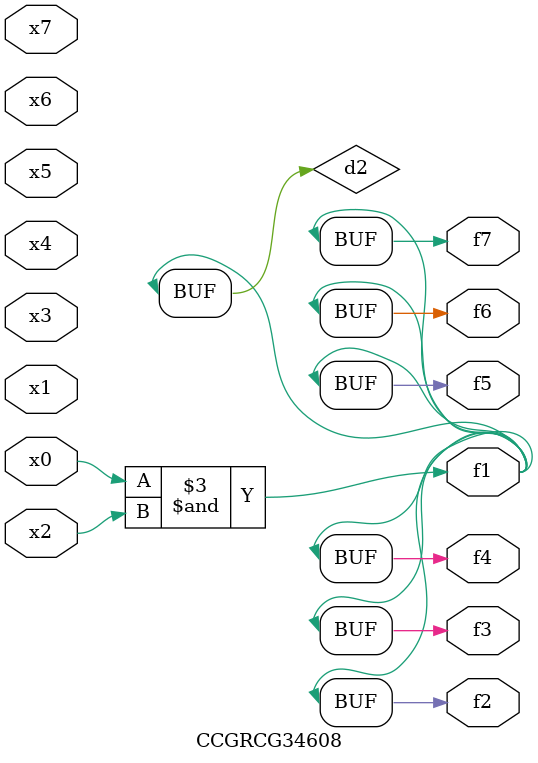
<source format=v>
module CCGRCG34608(
	input x0, x1, x2, x3, x4, x5, x6, x7,
	output f1, f2, f3, f4, f5, f6, f7
);

	wire d1, d2;

	nor (d1, x3, x6);
	and (d2, x0, x2);
	assign f1 = d2;
	assign f2 = d2;
	assign f3 = d2;
	assign f4 = d2;
	assign f5 = d2;
	assign f6 = d2;
	assign f7 = d2;
endmodule

</source>
